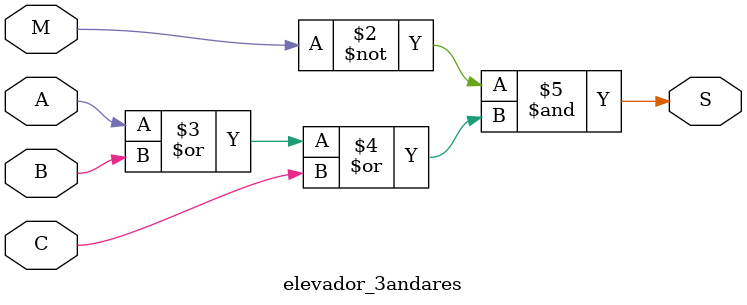
<source format=sv>
module elevador_3andares(
  input logic M,A,B,C,
  output logic S);
 
  always_comb S<=~M &(A|B|C);
endmodule


</source>
